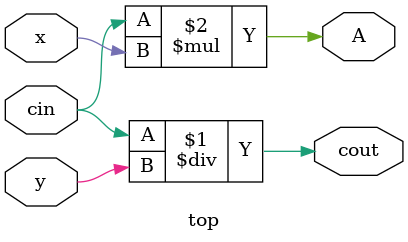
<source format=v>
module top
(
 input x,
 input y,
 input cin,

 output A,
 output cout
 );

assign cout =  cin / y;
assign A =  cin * x;

endmodule

</source>
